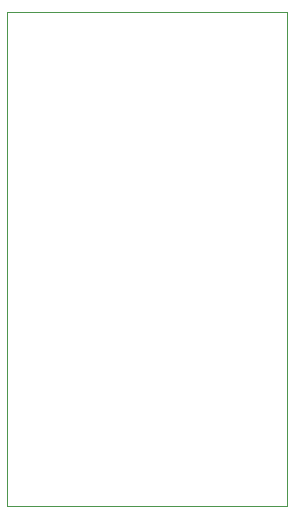
<source format=gbr>
%TF.GenerationSoftware,KiCad,Pcbnew,(5.1.9)-1*%
%TF.CreationDate,2021-09-03T13:00:37+02:00*%
%TF.ProjectId,ZX81 Intern 32K,5a583831-2049-46e7-9465-726e2033324b,rev?*%
%TF.SameCoordinates,Original*%
%TF.FileFunction,Profile,NP*%
%FSLAX46Y46*%
G04 Gerber Fmt 4.6, Leading zero omitted, Abs format (unit mm)*
G04 Created by KiCad (PCBNEW (5.1.9)-1) date 2021-09-03 13:00:37*
%MOMM*%
%LPD*%
G01*
G04 APERTURE LIST*
%TA.AperFunction,Profile*%
%ADD10C,0.050000*%
%TD*%
G04 APERTURE END LIST*
D10*
X130010000Y-111510000D02*
X130010000Y-111470000D01*
X106299000Y-111506000D02*
X130010000Y-111510000D01*
X130020000Y-107630000D02*
X130010000Y-111470000D01*
X129997200Y-69672200D02*
X130020000Y-107630000D01*
X106299000Y-69672200D02*
X106299000Y-111506000D01*
X106299000Y-69672200D02*
X129997200Y-69672200D01*
M02*

</source>
